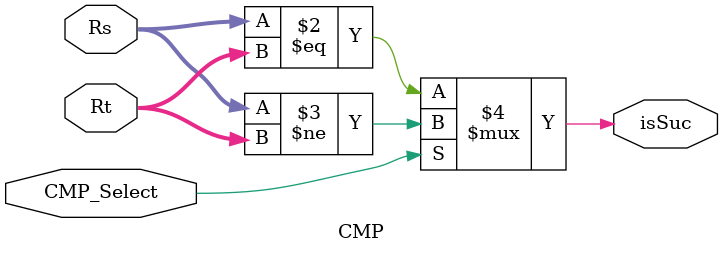
<source format=v>
module CMP(
    input [31:0]Rs,
    input [31:0]Rt,
    input CMP_Select,

    output isSuc
);

    //Select 0-beq 1-bne
    assign isSuc = (CMP_Select==1'b0)?  Rs==Rt:
                                        Rs!=Rt;

endmodule //CMP


</source>
